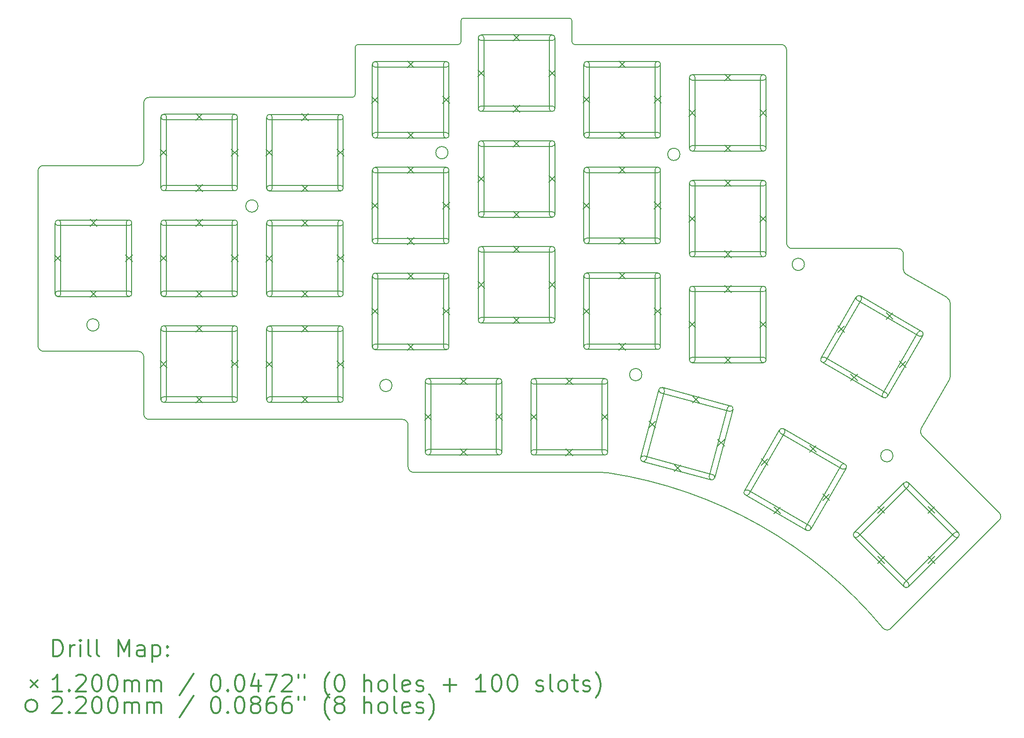
<source format=gbr>
%FSLAX45Y45*%
G04 Gerber Fmt 4.5, Leading zero omitted, Abs format (unit mm)*
G04 Created by KiCad (PCBNEW (5.1.10)-1) date 2021-10-25 12:35:57*
%MOMM*%
%LPD*%
G01*
G04 APERTURE LIST*
%TA.AperFunction,Profile*%
%ADD10C,0.200000*%
%TD*%
%ADD11C,0.200000*%
%ADD12C,0.300000*%
G04 APERTURE END LIST*
D10*
X6344430Y-11174400D02*
G75*
G02*
X6444430Y-11274400I0J-100000D01*
G01*
X20130531Y-9421370D02*
X20130531Y-9696123D01*
X20466300Y-12692348D02*
X21856406Y-14082623D01*
X20466299Y-12692348D02*
G75*
G02*
X20450410Y-12571645I70715J70706D01*
G01*
X14209360Y-5641370D02*
X16034360Y-5641370D01*
X20971957Y-10297357D02*
X20971957Y-11641428D01*
X6444430Y-12303770D02*
X6444430Y-11274400D01*
X14209360Y-5641370D02*
G75*
G02*
X14159360Y-5591370I0J50000D01*
G01*
X12209430Y-5165070D02*
X14109360Y-5165070D01*
X6344430Y-11174400D02*
X4639425Y-11174400D01*
X16114360Y-5641370D02*
X17823200Y-5641370D01*
X4639425Y-7824400D02*
X6344430Y-7824400D01*
X11206930Y-13256870D02*
X11206930Y-12503770D01*
X6544430Y-12403770D02*
G75*
G02*
X6444430Y-12303770I0J100000D01*
G01*
X6544430Y-6593840D02*
X7073900Y-6593840D01*
X10254430Y-6543840D02*
G75*
G02*
X10204430Y-6593840I-50000J0D01*
G01*
X18027435Y-5741370D02*
X18027435Y-9221370D01*
X6444430Y-6693840D02*
G75*
G02*
X6544430Y-6593840I100000J0D01*
G01*
X4539425Y-11074400D02*
X4539425Y-7924400D01*
X4639425Y-11174400D02*
G75*
G02*
X4539425Y-11074400I0J100000D01*
G01*
X11106930Y-12403770D02*
X6544430Y-12403770D01*
X14826814Y-13368557D02*
G75*
G02*
X19764695Y-16168492I-1219184J-7904233D01*
G01*
X6444430Y-7724400D02*
X6444430Y-6693840D01*
X20921954Y-10210753D02*
G75*
G02*
X20971957Y-10297357I-49997J-86604D01*
G01*
X10254430Y-6543840D02*
X10254430Y-5691370D01*
X17823200Y-5641370D02*
X17927435Y-5641370D01*
X18127435Y-9321370D02*
G75*
G02*
X18027435Y-9221370I0J100000D01*
G01*
X11106930Y-12403770D02*
G75*
G02*
X11206930Y-12503770I0J-100000D01*
G01*
X18127435Y-9321370D02*
X20030531Y-9321370D01*
X14674372Y-13356870D02*
X11306930Y-13356870D01*
X21856406Y-14082623D02*
G75*
G02*
X21856396Y-14224045I-70714J-70706D01*
G01*
X17927435Y-5641370D02*
G75*
G02*
X18027435Y-5741370I0J-100000D01*
G01*
X20030531Y-9321370D02*
G75*
G02*
X20130531Y-9421370I0J-100000D01*
G01*
X14109360Y-5165070D02*
G75*
G02*
X14159360Y-5215070I0J-50000D01*
G01*
X11306930Y-13356870D02*
G75*
G02*
X11206930Y-13256870I0J100000D01*
G01*
X19908815Y-16171311D02*
G75*
G02*
X19764695Y-16168492I-70705J70716D01*
G01*
X12159430Y-5591370D02*
G75*
G02*
X12109430Y-5641370I-50000J0D01*
G01*
X20971957Y-11641428D02*
G75*
G02*
X20958562Y-11691425I-100000J0D01*
G01*
X10254430Y-5691370D02*
G75*
G02*
X10304430Y-5641370I50000J0D01*
G01*
X12159430Y-5591370D02*
X12159430Y-5215070D01*
X20958562Y-11691425D02*
X20450410Y-12571645D01*
X20180534Y-9782727D02*
G75*
G02*
X20130531Y-9696123I49997J86604D01*
G01*
X4539425Y-7924400D02*
G75*
G02*
X4639425Y-7824400I100000J0D01*
G01*
X20180534Y-9782727D02*
X20921954Y-10210753D01*
X21856396Y-14224045D02*
X19908815Y-16171311D01*
X14674372Y-13356870D02*
G75*
G02*
X14826814Y-13368557I0J-1000000D01*
G01*
X10304430Y-5641370D02*
X12109430Y-5641370D01*
X16034360Y-5641370D02*
X16114360Y-5641370D01*
X6444430Y-7724400D02*
G75*
G02*
X6344430Y-7824400I-100000J0D01*
G01*
X14159360Y-5215070D02*
X14159360Y-5591370D01*
X12159430Y-5215070D02*
G75*
G02*
X12209430Y-5165070I50000J0D01*
G01*
X7073900Y-6593840D02*
X10204430Y-6593840D01*
D11*
X4839740Y-9437060D02*
X4959740Y-9557060D01*
X4959740Y-9437060D02*
X4839740Y-9557060D01*
X4849740Y-8857060D02*
X4849740Y-10137060D01*
X4949740Y-8857060D02*
X4949740Y-10137060D01*
X4849740Y-10137060D02*
G75*
G03*
X4949740Y-10137060I50000J0D01*
G01*
X4949740Y-8857060D02*
G75*
G03*
X4849740Y-8857060I-50000J0D01*
G01*
X5479740Y-8797060D02*
X5599740Y-8917060D01*
X5599740Y-8797060D02*
X5479740Y-8917060D01*
X4899740Y-8907060D02*
X6179740Y-8907060D01*
X4899740Y-8807060D02*
X6179740Y-8807060D01*
X6179740Y-8907060D02*
G75*
G03*
X6179740Y-8807060I0J50000D01*
G01*
X4899740Y-8807060D02*
G75*
G03*
X4899740Y-8907060I0J-50000D01*
G01*
X5479740Y-10077060D02*
X5599740Y-10197060D01*
X5599740Y-10077060D02*
X5479740Y-10197060D01*
X4899740Y-10187060D02*
X6179740Y-10187060D01*
X4899740Y-10087060D02*
X6179740Y-10087060D01*
X6179740Y-10187060D02*
G75*
G03*
X6179740Y-10087060I0J50000D01*
G01*
X4899740Y-10087060D02*
G75*
G03*
X4899740Y-10187060I0J-50000D01*
G01*
X6119740Y-9436060D02*
X6239740Y-9556060D01*
X6239740Y-9436060D02*
X6119740Y-9556060D01*
X6129740Y-8856060D02*
X6129740Y-10136060D01*
X6229740Y-8856060D02*
X6229740Y-10136060D01*
X6129740Y-10136060D02*
G75*
G03*
X6229740Y-10136060I50000J0D01*
G01*
X6229740Y-8856060D02*
G75*
G03*
X6129740Y-8856060I-50000J0D01*
G01*
X6744740Y-7529520D02*
X6864740Y-7649520D01*
X6864740Y-7529520D02*
X6744740Y-7649520D01*
X6754740Y-6949520D02*
X6754740Y-8229520D01*
X6854740Y-6949520D02*
X6854740Y-8229520D01*
X6754740Y-8229520D02*
G75*
G03*
X6854740Y-8229520I50000J0D01*
G01*
X6854740Y-6949520D02*
G75*
G03*
X6754740Y-6949520I-50000J0D01*
G01*
X6744740Y-9437060D02*
X6864740Y-9557060D01*
X6864740Y-9437060D02*
X6744740Y-9557060D01*
X6754740Y-8857060D02*
X6754740Y-10137060D01*
X6854740Y-8857060D02*
X6854740Y-10137060D01*
X6754740Y-10137060D02*
G75*
G03*
X6854740Y-10137060I50000J0D01*
G01*
X6854740Y-8857060D02*
G75*
G03*
X6754740Y-8857060I-50000J0D01*
G01*
X6744740Y-11344600D02*
X6864740Y-11464600D01*
X6864740Y-11344600D02*
X6744740Y-11464600D01*
X6754740Y-10764600D02*
X6754740Y-12044600D01*
X6854740Y-10764600D02*
X6854740Y-12044600D01*
X6754740Y-12044600D02*
G75*
G03*
X6854740Y-12044600I50000J0D01*
G01*
X6854740Y-10764600D02*
G75*
G03*
X6754740Y-10764600I-50000J0D01*
G01*
X7384740Y-6889520D02*
X7504740Y-7009520D01*
X7504740Y-6889520D02*
X7384740Y-7009520D01*
X6804740Y-6999520D02*
X8084740Y-6999520D01*
X6804740Y-6899520D02*
X8084740Y-6899520D01*
X8084740Y-6999520D02*
G75*
G03*
X8084740Y-6899520I0J50000D01*
G01*
X6804740Y-6899520D02*
G75*
G03*
X6804740Y-6999520I0J-50000D01*
G01*
X7384740Y-8169520D02*
X7504740Y-8289520D01*
X7504740Y-8169520D02*
X7384740Y-8289520D01*
X6804740Y-8279520D02*
X8084740Y-8279520D01*
X6804740Y-8179520D02*
X8084740Y-8179520D01*
X8084740Y-8279520D02*
G75*
G03*
X8084740Y-8179520I0J50000D01*
G01*
X6804740Y-8179520D02*
G75*
G03*
X6804740Y-8279520I0J-50000D01*
G01*
X7384740Y-8797060D02*
X7504740Y-8917060D01*
X7504740Y-8797060D02*
X7384740Y-8917060D01*
X6804740Y-8907060D02*
X8084740Y-8907060D01*
X6804740Y-8807060D02*
X8084740Y-8807060D01*
X8084740Y-8907060D02*
G75*
G03*
X8084740Y-8807060I0J50000D01*
G01*
X6804740Y-8807060D02*
G75*
G03*
X6804740Y-8907060I0J-50000D01*
G01*
X7384740Y-10077060D02*
X7504740Y-10197060D01*
X7504740Y-10077060D02*
X7384740Y-10197060D01*
X6804740Y-10187060D02*
X8084740Y-10187060D01*
X6804740Y-10087060D02*
X8084740Y-10087060D01*
X8084740Y-10187060D02*
G75*
G03*
X8084740Y-10087060I0J50000D01*
G01*
X6804740Y-10087060D02*
G75*
G03*
X6804740Y-10187060I0J-50000D01*
G01*
X7384740Y-10704600D02*
X7504740Y-10824600D01*
X7504740Y-10704600D02*
X7384740Y-10824600D01*
X6804740Y-10814600D02*
X8084740Y-10814600D01*
X6804740Y-10714600D02*
X8084740Y-10714600D01*
X8084740Y-10814600D02*
G75*
G03*
X8084740Y-10714600I0J50000D01*
G01*
X6804740Y-10714600D02*
G75*
G03*
X6804740Y-10814600I0J-50000D01*
G01*
X7384740Y-11984600D02*
X7504740Y-12104600D01*
X7504740Y-11984600D02*
X7384740Y-12104600D01*
X6804740Y-12094600D02*
X8084740Y-12094600D01*
X6804740Y-11994600D02*
X8084740Y-11994600D01*
X8084740Y-12094600D02*
G75*
G03*
X8084740Y-11994600I0J50000D01*
G01*
X6804740Y-11994600D02*
G75*
G03*
X6804740Y-12094600I0J-50000D01*
G01*
X8024740Y-7528520D02*
X8144740Y-7648520D01*
X8144740Y-7528520D02*
X8024740Y-7648520D01*
X8034740Y-6948520D02*
X8034740Y-8228520D01*
X8134740Y-6948520D02*
X8134740Y-8228520D01*
X8034740Y-8228520D02*
G75*
G03*
X8134740Y-8228520I50000J0D01*
G01*
X8134740Y-6948520D02*
G75*
G03*
X8034740Y-6948520I-50000J0D01*
G01*
X8024740Y-9436060D02*
X8144740Y-9556060D01*
X8144740Y-9436060D02*
X8024740Y-9556060D01*
X8034740Y-8856060D02*
X8034740Y-10136060D01*
X8134740Y-8856060D02*
X8134740Y-10136060D01*
X8034740Y-10136060D02*
G75*
G03*
X8134740Y-10136060I50000J0D01*
G01*
X8134740Y-8856060D02*
G75*
G03*
X8034740Y-8856060I-50000J0D01*
G01*
X8024740Y-11343600D02*
X8144740Y-11463600D01*
X8144740Y-11343600D02*
X8024740Y-11463600D01*
X8034740Y-10763600D02*
X8034740Y-12043600D01*
X8134740Y-10763600D02*
X8134740Y-12043600D01*
X8034740Y-12043600D02*
G75*
G03*
X8134740Y-12043600I50000J0D01*
G01*
X8134740Y-10763600D02*
G75*
G03*
X8034740Y-10763600I-50000J0D01*
G01*
X8649740Y-7532060D02*
X8769740Y-7652060D01*
X8769740Y-7532060D02*
X8649740Y-7652060D01*
X8659740Y-6952060D02*
X8659740Y-8232060D01*
X8759740Y-6952060D02*
X8759740Y-8232060D01*
X8659740Y-8232060D02*
G75*
G03*
X8759740Y-8232060I50000J0D01*
G01*
X8759740Y-6952060D02*
G75*
G03*
X8659740Y-6952060I-50000J0D01*
G01*
X8649740Y-9439600D02*
X8769740Y-9559600D01*
X8769740Y-9439600D02*
X8649740Y-9559600D01*
X8659740Y-8859600D02*
X8659740Y-10139600D01*
X8759740Y-8859600D02*
X8759740Y-10139600D01*
X8659740Y-10139600D02*
G75*
G03*
X8759740Y-10139600I50000J0D01*
G01*
X8759740Y-8859600D02*
G75*
G03*
X8659740Y-8859600I-50000J0D01*
G01*
X8649740Y-11347140D02*
X8769740Y-11467140D01*
X8769740Y-11347140D02*
X8649740Y-11467140D01*
X8659740Y-10767140D02*
X8659740Y-12047140D01*
X8759740Y-10767140D02*
X8759740Y-12047140D01*
X8659740Y-12047140D02*
G75*
G03*
X8759740Y-12047140I50000J0D01*
G01*
X8759740Y-10767140D02*
G75*
G03*
X8659740Y-10767140I-50000J0D01*
G01*
X9289740Y-6892060D02*
X9409740Y-7012060D01*
X9409740Y-6892060D02*
X9289740Y-7012060D01*
X8709740Y-7002060D02*
X9989740Y-7002060D01*
X8709740Y-6902060D02*
X9989740Y-6902060D01*
X9989740Y-7002060D02*
G75*
G03*
X9989740Y-6902060I0J50000D01*
G01*
X8709740Y-6902060D02*
G75*
G03*
X8709740Y-7002060I0J-50000D01*
G01*
X9289740Y-8172060D02*
X9409740Y-8292060D01*
X9409740Y-8172060D02*
X9289740Y-8292060D01*
X8709740Y-8282060D02*
X9989740Y-8282060D01*
X8709740Y-8182060D02*
X9989740Y-8182060D01*
X9989740Y-8282060D02*
G75*
G03*
X9989740Y-8182060I0J50000D01*
G01*
X8709740Y-8182060D02*
G75*
G03*
X8709740Y-8282060I0J-50000D01*
G01*
X9289740Y-8799600D02*
X9409740Y-8919600D01*
X9409740Y-8799600D02*
X9289740Y-8919600D01*
X8709740Y-8909600D02*
X9989740Y-8909600D01*
X8709740Y-8809600D02*
X9989740Y-8809600D01*
X9989740Y-8909600D02*
G75*
G03*
X9989740Y-8809600I0J50000D01*
G01*
X8709740Y-8809600D02*
G75*
G03*
X8709740Y-8909600I0J-50000D01*
G01*
X9289740Y-10079600D02*
X9409740Y-10199600D01*
X9409740Y-10079600D02*
X9289740Y-10199600D01*
X8709740Y-10189600D02*
X9989740Y-10189600D01*
X8709740Y-10089600D02*
X9989740Y-10089600D01*
X9989740Y-10189600D02*
G75*
G03*
X9989740Y-10089600I0J50000D01*
G01*
X8709740Y-10089600D02*
G75*
G03*
X8709740Y-10189600I0J-50000D01*
G01*
X9289740Y-10707140D02*
X9409740Y-10827140D01*
X9409740Y-10707140D02*
X9289740Y-10827140D01*
X8709740Y-10817140D02*
X9989740Y-10817140D01*
X8709740Y-10717140D02*
X9989740Y-10717140D01*
X9989740Y-10817140D02*
G75*
G03*
X9989740Y-10717140I0J50000D01*
G01*
X8709740Y-10717140D02*
G75*
G03*
X8709740Y-10817140I0J-50000D01*
G01*
X9289740Y-11987140D02*
X9409740Y-12107140D01*
X9409740Y-11987140D02*
X9289740Y-12107140D01*
X8709740Y-12097140D02*
X9989740Y-12097140D01*
X8709740Y-11997140D02*
X9989740Y-11997140D01*
X9989740Y-12097140D02*
G75*
G03*
X9989740Y-11997140I0J50000D01*
G01*
X8709740Y-11997140D02*
G75*
G03*
X8709740Y-12097140I0J-50000D01*
G01*
X9929740Y-7531060D02*
X10049740Y-7651060D01*
X10049740Y-7531060D02*
X9929740Y-7651060D01*
X9939740Y-6951060D02*
X9939740Y-8231060D01*
X10039740Y-6951060D02*
X10039740Y-8231060D01*
X9939740Y-8231060D02*
G75*
G03*
X10039740Y-8231060I50000J0D01*
G01*
X10039740Y-6951060D02*
G75*
G03*
X9939740Y-6951060I-50000J0D01*
G01*
X9929740Y-9438600D02*
X10049740Y-9558600D01*
X10049740Y-9438600D02*
X9929740Y-9558600D01*
X9939740Y-8858600D02*
X9939740Y-10138600D01*
X10039740Y-8858600D02*
X10039740Y-10138600D01*
X9939740Y-10138600D02*
G75*
G03*
X10039740Y-10138600I50000J0D01*
G01*
X10039740Y-8858600D02*
G75*
G03*
X9939740Y-8858600I-50000J0D01*
G01*
X9929740Y-11346140D02*
X10049740Y-11466140D01*
X10049740Y-11346140D02*
X9929740Y-11466140D01*
X9939740Y-10766140D02*
X9939740Y-12046140D01*
X10039740Y-10766140D02*
X10039740Y-12046140D01*
X9939740Y-12046140D02*
G75*
G03*
X10039740Y-12046140I50000J0D01*
G01*
X10039740Y-10766140D02*
G75*
G03*
X9939740Y-10766140I-50000J0D01*
G01*
X10554740Y-6579560D02*
X10674740Y-6699560D01*
X10674740Y-6579560D02*
X10554740Y-6699560D01*
X10564740Y-5999560D02*
X10564740Y-7279560D01*
X10664740Y-5999560D02*
X10664740Y-7279560D01*
X10564740Y-7279560D02*
G75*
G03*
X10664740Y-7279560I50000J0D01*
G01*
X10664740Y-5999560D02*
G75*
G03*
X10564740Y-5999560I-50000J0D01*
G01*
X10554740Y-8487100D02*
X10674740Y-8607100D01*
X10674740Y-8487100D02*
X10554740Y-8607100D01*
X10564740Y-7907100D02*
X10564740Y-9187100D01*
X10664740Y-7907100D02*
X10664740Y-9187100D01*
X10564740Y-9187100D02*
G75*
G03*
X10664740Y-9187100I50000J0D01*
G01*
X10664740Y-7907100D02*
G75*
G03*
X10564740Y-7907100I-50000J0D01*
G01*
X10554740Y-10394640D02*
X10674740Y-10514640D01*
X10674740Y-10394640D02*
X10554740Y-10514640D01*
X10564740Y-9814640D02*
X10564740Y-11094640D01*
X10664740Y-9814640D02*
X10664740Y-11094640D01*
X10564740Y-11094640D02*
G75*
G03*
X10664740Y-11094640I50000J0D01*
G01*
X10664740Y-9814640D02*
G75*
G03*
X10564740Y-9814640I-50000J0D01*
G01*
X11194740Y-5939560D02*
X11314740Y-6059560D01*
X11314740Y-5939560D02*
X11194740Y-6059560D01*
X10614740Y-6049560D02*
X11894740Y-6049560D01*
X10614740Y-5949560D02*
X11894740Y-5949560D01*
X11894740Y-6049560D02*
G75*
G03*
X11894740Y-5949560I0J50000D01*
G01*
X10614740Y-5949560D02*
G75*
G03*
X10614740Y-6049560I0J-50000D01*
G01*
X11194740Y-7219560D02*
X11314740Y-7339560D01*
X11314740Y-7219560D02*
X11194740Y-7339560D01*
X10614740Y-7329560D02*
X11894740Y-7329560D01*
X10614740Y-7229560D02*
X11894740Y-7229560D01*
X11894740Y-7329560D02*
G75*
G03*
X11894740Y-7229560I0J50000D01*
G01*
X10614740Y-7229560D02*
G75*
G03*
X10614740Y-7329560I0J-50000D01*
G01*
X11194740Y-7847100D02*
X11314740Y-7967100D01*
X11314740Y-7847100D02*
X11194740Y-7967100D01*
X10614740Y-7957100D02*
X11894740Y-7957100D01*
X10614740Y-7857100D02*
X11894740Y-7857100D01*
X11894740Y-7957100D02*
G75*
G03*
X11894740Y-7857100I0J50000D01*
G01*
X10614740Y-7857100D02*
G75*
G03*
X10614740Y-7957100I0J-50000D01*
G01*
X11194740Y-9127100D02*
X11314740Y-9247100D01*
X11314740Y-9127100D02*
X11194740Y-9247100D01*
X10614740Y-9237100D02*
X11894740Y-9237100D01*
X10614740Y-9137100D02*
X11894740Y-9137100D01*
X11894740Y-9237100D02*
G75*
G03*
X11894740Y-9137100I0J50000D01*
G01*
X10614740Y-9137100D02*
G75*
G03*
X10614740Y-9237100I0J-50000D01*
G01*
X11194740Y-9754640D02*
X11314740Y-9874640D01*
X11314740Y-9754640D02*
X11194740Y-9874640D01*
X10614740Y-9864640D02*
X11894740Y-9864640D01*
X10614740Y-9764640D02*
X11894740Y-9764640D01*
X11894740Y-9864640D02*
G75*
G03*
X11894740Y-9764640I0J50000D01*
G01*
X10614740Y-9764640D02*
G75*
G03*
X10614740Y-9864640I0J-50000D01*
G01*
X11194740Y-11034640D02*
X11314740Y-11154640D01*
X11314740Y-11034640D02*
X11194740Y-11154640D01*
X10614740Y-11144640D02*
X11894740Y-11144640D01*
X10614740Y-11044640D02*
X11894740Y-11044640D01*
X11894740Y-11144640D02*
G75*
G03*
X11894740Y-11044640I0J50000D01*
G01*
X10614740Y-11044640D02*
G75*
G03*
X10614740Y-11144640I0J-50000D01*
G01*
X11507240Y-12294560D02*
X11627240Y-12414560D01*
X11627240Y-12294560D02*
X11507240Y-12414560D01*
X11517240Y-11714560D02*
X11517240Y-12994560D01*
X11617240Y-11714560D02*
X11617240Y-12994560D01*
X11517240Y-12994560D02*
G75*
G03*
X11617240Y-12994560I50000J0D01*
G01*
X11617240Y-11714560D02*
G75*
G03*
X11517240Y-11714560I-50000J0D01*
G01*
X11834740Y-6578560D02*
X11954740Y-6698560D01*
X11954740Y-6578560D02*
X11834740Y-6698560D01*
X11844740Y-5998560D02*
X11844740Y-7278560D01*
X11944740Y-5998560D02*
X11944740Y-7278560D01*
X11844740Y-7278560D02*
G75*
G03*
X11944740Y-7278560I50000J0D01*
G01*
X11944740Y-5998560D02*
G75*
G03*
X11844740Y-5998560I-50000J0D01*
G01*
X11834740Y-8486100D02*
X11954740Y-8606100D01*
X11954740Y-8486100D02*
X11834740Y-8606100D01*
X11844740Y-7906100D02*
X11844740Y-9186100D01*
X11944740Y-7906100D02*
X11944740Y-9186100D01*
X11844740Y-9186100D02*
G75*
G03*
X11944740Y-9186100I50000J0D01*
G01*
X11944740Y-7906100D02*
G75*
G03*
X11844740Y-7906100I-50000J0D01*
G01*
X11834740Y-10393640D02*
X11954740Y-10513640D01*
X11954740Y-10393640D02*
X11834740Y-10513640D01*
X11844740Y-9813640D02*
X11844740Y-11093640D01*
X11944740Y-9813640D02*
X11944740Y-11093640D01*
X11844740Y-11093640D02*
G75*
G03*
X11944740Y-11093640I50000J0D01*
G01*
X11944740Y-9813640D02*
G75*
G03*
X11844740Y-9813640I-50000J0D01*
G01*
X12147240Y-11654560D02*
X12267240Y-11774560D01*
X12267240Y-11654560D02*
X12147240Y-11774560D01*
X11567240Y-11764560D02*
X12847240Y-11764560D01*
X11567240Y-11664560D02*
X12847240Y-11664560D01*
X12847240Y-11764560D02*
G75*
G03*
X12847240Y-11664560I0J50000D01*
G01*
X11567240Y-11664560D02*
G75*
G03*
X11567240Y-11764560I0J-50000D01*
G01*
X12147240Y-12934560D02*
X12267240Y-13054560D01*
X12267240Y-12934560D02*
X12147240Y-13054560D01*
X11567240Y-13044560D02*
X12847240Y-13044560D01*
X11567240Y-12944560D02*
X12847240Y-12944560D01*
X12847240Y-13044560D02*
G75*
G03*
X12847240Y-12944560I0J50000D01*
G01*
X11567240Y-12944560D02*
G75*
G03*
X11567240Y-13044560I0J-50000D01*
G01*
X12462280Y-6099500D02*
X12582280Y-6219500D01*
X12582280Y-6099500D02*
X12462280Y-6219500D01*
X12472280Y-5519500D02*
X12472280Y-6799500D01*
X12572280Y-5519500D02*
X12572280Y-6799500D01*
X12472280Y-6799500D02*
G75*
G03*
X12572280Y-6799500I50000J0D01*
G01*
X12572280Y-5519500D02*
G75*
G03*
X12472280Y-5519500I-50000J0D01*
G01*
X12462280Y-8007040D02*
X12582280Y-8127040D01*
X12582280Y-8007040D02*
X12462280Y-8127040D01*
X12472280Y-7427040D02*
X12472280Y-8707040D01*
X12572280Y-7427040D02*
X12572280Y-8707040D01*
X12472280Y-8707040D02*
G75*
G03*
X12572280Y-8707040I50000J0D01*
G01*
X12572280Y-7427040D02*
G75*
G03*
X12472280Y-7427040I-50000J0D01*
G01*
X12462280Y-9914580D02*
X12582280Y-10034580D01*
X12582280Y-9914580D02*
X12462280Y-10034580D01*
X12472280Y-9334580D02*
X12472280Y-10614580D01*
X12572280Y-9334580D02*
X12572280Y-10614580D01*
X12472280Y-10614580D02*
G75*
G03*
X12572280Y-10614580I50000J0D01*
G01*
X12572280Y-9334580D02*
G75*
G03*
X12472280Y-9334580I-50000J0D01*
G01*
X12787240Y-12293560D02*
X12907240Y-12413560D01*
X12907240Y-12293560D02*
X12787240Y-12413560D01*
X12797240Y-11713560D02*
X12797240Y-12993560D01*
X12897240Y-11713560D02*
X12897240Y-12993560D01*
X12797240Y-12993560D02*
G75*
G03*
X12897240Y-12993560I50000J0D01*
G01*
X12897240Y-11713560D02*
G75*
G03*
X12797240Y-11713560I-50000J0D01*
G01*
X13102280Y-5459500D02*
X13222280Y-5579500D01*
X13222280Y-5459500D02*
X13102280Y-5579500D01*
X12522280Y-5569500D02*
X13802280Y-5569500D01*
X12522280Y-5469500D02*
X13802280Y-5469500D01*
X13802280Y-5569500D02*
G75*
G03*
X13802280Y-5469500I0J50000D01*
G01*
X12522280Y-5469500D02*
G75*
G03*
X12522280Y-5569500I0J-50000D01*
G01*
X13102280Y-6739500D02*
X13222280Y-6859500D01*
X13222280Y-6739500D02*
X13102280Y-6859500D01*
X12522280Y-6849500D02*
X13802280Y-6849500D01*
X12522280Y-6749500D02*
X13802280Y-6749500D01*
X13802280Y-6849500D02*
G75*
G03*
X13802280Y-6749500I0J50000D01*
G01*
X12522280Y-6749500D02*
G75*
G03*
X12522280Y-6849500I0J-50000D01*
G01*
X13102280Y-7367040D02*
X13222280Y-7487040D01*
X13222280Y-7367040D02*
X13102280Y-7487040D01*
X12522280Y-7477040D02*
X13802280Y-7477040D01*
X12522280Y-7377040D02*
X13802280Y-7377040D01*
X13802280Y-7477040D02*
G75*
G03*
X13802280Y-7377040I0J50000D01*
G01*
X12522280Y-7377040D02*
G75*
G03*
X12522280Y-7477040I0J-50000D01*
G01*
X13102280Y-8647040D02*
X13222280Y-8767040D01*
X13222280Y-8647040D02*
X13102280Y-8767040D01*
X12522280Y-8757040D02*
X13802280Y-8757040D01*
X12522280Y-8657040D02*
X13802280Y-8657040D01*
X13802280Y-8757040D02*
G75*
G03*
X13802280Y-8657040I0J50000D01*
G01*
X12522280Y-8657040D02*
G75*
G03*
X12522280Y-8757040I0J-50000D01*
G01*
X13102280Y-9274580D02*
X13222280Y-9394580D01*
X13222280Y-9274580D02*
X13102280Y-9394580D01*
X12522280Y-9384580D02*
X13802280Y-9384580D01*
X12522280Y-9284580D02*
X13802280Y-9284580D01*
X13802280Y-9384580D02*
G75*
G03*
X13802280Y-9284580I0J50000D01*
G01*
X12522280Y-9284580D02*
G75*
G03*
X12522280Y-9384580I0J-50000D01*
G01*
X13102280Y-10554580D02*
X13222280Y-10674580D01*
X13222280Y-10554580D02*
X13102280Y-10674580D01*
X12522280Y-10664580D02*
X13802280Y-10664580D01*
X12522280Y-10564580D02*
X13802280Y-10564580D01*
X13802280Y-10664580D02*
G75*
G03*
X13802280Y-10564580I0J50000D01*
G01*
X12522280Y-10564580D02*
G75*
G03*
X12522280Y-10664580I0J-50000D01*
G01*
X13412240Y-12297100D02*
X13532240Y-12417100D01*
X13532240Y-12297100D02*
X13412240Y-12417100D01*
X13422240Y-11717100D02*
X13422240Y-12997100D01*
X13522240Y-11717100D02*
X13522240Y-12997100D01*
X13422240Y-12997100D02*
G75*
G03*
X13522240Y-12997100I50000J0D01*
G01*
X13522240Y-11717100D02*
G75*
G03*
X13422240Y-11717100I-50000J0D01*
G01*
X13742280Y-6098500D02*
X13862280Y-6218500D01*
X13862280Y-6098500D02*
X13742280Y-6218500D01*
X13752280Y-5518500D02*
X13752280Y-6798500D01*
X13852280Y-5518500D02*
X13852280Y-6798500D01*
X13752280Y-6798500D02*
G75*
G03*
X13852280Y-6798500I50000J0D01*
G01*
X13852280Y-5518500D02*
G75*
G03*
X13752280Y-5518500I-50000J0D01*
G01*
X13742280Y-8006040D02*
X13862280Y-8126040D01*
X13862280Y-8006040D02*
X13742280Y-8126040D01*
X13752280Y-7426040D02*
X13752280Y-8706040D01*
X13852280Y-7426040D02*
X13852280Y-8706040D01*
X13752280Y-8706040D02*
G75*
G03*
X13852280Y-8706040I50000J0D01*
G01*
X13852280Y-7426040D02*
G75*
G03*
X13752280Y-7426040I-50000J0D01*
G01*
X13742280Y-9913580D02*
X13862280Y-10033580D01*
X13862280Y-9913580D02*
X13742280Y-10033580D01*
X13752280Y-9333580D02*
X13752280Y-10613580D01*
X13852280Y-9333580D02*
X13852280Y-10613580D01*
X13752280Y-10613580D02*
G75*
G03*
X13852280Y-10613580I50000J0D01*
G01*
X13852280Y-9333580D02*
G75*
G03*
X13752280Y-9333580I-50000J0D01*
G01*
X14052240Y-11657100D02*
X14172240Y-11777100D01*
X14172240Y-11657100D02*
X14052240Y-11777100D01*
X13472240Y-11767100D02*
X14752240Y-11767100D01*
X13472240Y-11667100D02*
X14752240Y-11667100D01*
X14752240Y-11767100D02*
G75*
G03*
X14752240Y-11667100I0J50000D01*
G01*
X13472240Y-11667100D02*
G75*
G03*
X13472240Y-11767100I0J-50000D01*
G01*
X14052240Y-12937100D02*
X14172240Y-13057100D01*
X14172240Y-12937100D02*
X14052240Y-13057100D01*
X13472240Y-13047100D02*
X14752240Y-13047100D01*
X13472240Y-12947100D02*
X14752240Y-12947100D01*
X14752240Y-13047100D02*
G75*
G03*
X14752240Y-12947100I0J50000D01*
G01*
X13472240Y-12947100D02*
G75*
G03*
X13472240Y-13047100I0J-50000D01*
G01*
X14364740Y-6577020D02*
X14484740Y-6697020D01*
X14484740Y-6577020D02*
X14364740Y-6697020D01*
X14374740Y-5997020D02*
X14374740Y-7277020D01*
X14474740Y-5997020D02*
X14474740Y-7277020D01*
X14374740Y-7277020D02*
G75*
G03*
X14474740Y-7277020I50000J0D01*
G01*
X14474740Y-5997020D02*
G75*
G03*
X14374740Y-5997020I-50000J0D01*
G01*
X14364740Y-8484560D02*
X14484740Y-8604560D01*
X14484740Y-8484560D02*
X14364740Y-8604560D01*
X14374740Y-7904560D02*
X14374740Y-9184560D01*
X14474740Y-7904560D02*
X14474740Y-9184560D01*
X14374740Y-9184560D02*
G75*
G03*
X14474740Y-9184560I50000J0D01*
G01*
X14474740Y-7904560D02*
G75*
G03*
X14374740Y-7904560I-50000J0D01*
G01*
X14364740Y-10392100D02*
X14484740Y-10512100D01*
X14484740Y-10392100D02*
X14364740Y-10512100D01*
X14374740Y-9812100D02*
X14374740Y-11092100D01*
X14474740Y-9812100D02*
X14474740Y-11092100D01*
X14374740Y-11092100D02*
G75*
G03*
X14474740Y-11092100I50000J0D01*
G01*
X14474740Y-9812100D02*
G75*
G03*
X14374740Y-9812100I-50000J0D01*
G01*
X14692240Y-12296100D02*
X14812240Y-12416100D01*
X14812240Y-12296100D02*
X14692240Y-12416100D01*
X14702240Y-11716100D02*
X14702240Y-12996100D01*
X14802240Y-11716100D02*
X14802240Y-12996100D01*
X14702240Y-12996100D02*
G75*
G03*
X14802240Y-12996100I50000J0D01*
G01*
X14802240Y-11716100D02*
G75*
G03*
X14702240Y-11716100I-50000J0D01*
G01*
X15004740Y-5937020D02*
X15124740Y-6057020D01*
X15124740Y-5937020D02*
X15004740Y-6057020D01*
X14424740Y-6047020D02*
X15704740Y-6047020D01*
X14424740Y-5947020D02*
X15704740Y-5947020D01*
X15704740Y-6047020D02*
G75*
G03*
X15704740Y-5947020I0J50000D01*
G01*
X14424740Y-5947020D02*
G75*
G03*
X14424740Y-6047020I0J-50000D01*
G01*
X15004740Y-7217020D02*
X15124740Y-7337020D01*
X15124740Y-7217020D02*
X15004740Y-7337020D01*
X14424740Y-7327020D02*
X15704740Y-7327020D01*
X14424740Y-7227020D02*
X15704740Y-7227020D01*
X15704740Y-7327020D02*
G75*
G03*
X15704740Y-7227020I0J50000D01*
G01*
X14424740Y-7227020D02*
G75*
G03*
X14424740Y-7327020I0J-50000D01*
G01*
X15004740Y-7844560D02*
X15124740Y-7964560D01*
X15124740Y-7844560D02*
X15004740Y-7964560D01*
X14424740Y-7954560D02*
X15704740Y-7954560D01*
X14424740Y-7854560D02*
X15704740Y-7854560D01*
X15704740Y-7954560D02*
G75*
G03*
X15704740Y-7854560I0J50000D01*
G01*
X14424740Y-7854560D02*
G75*
G03*
X14424740Y-7954560I0J-50000D01*
G01*
X15004740Y-9124560D02*
X15124740Y-9244560D01*
X15124740Y-9124560D02*
X15004740Y-9244560D01*
X14424740Y-9234560D02*
X15704740Y-9234560D01*
X14424740Y-9134560D02*
X15704740Y-9134560D01*
X15704740Y-9234560D02*
G75*
G03*
X15704740Y-9134560I0J50000D01*
G01*
X14424740Y-9134560D02*
G75*
G03*
X14424740Y-9234560I0J-50000D01*
G01*
X15004740Y-9752100D02*
X15124740Y-9872100D01*
X15124740Y-9752100D02*
X15004740Y-9872100D01*
X14424740Y-9862100D02*
X15704740Y-9862100D01*
X14424740Y-9762100D02*
X15704740Y-9762100D01*
X15704740Y-9862100D02*
G75*
G03*
X15704740Y-9762100I0J50000D01*
G01*
X14424740Y-9762100D02*
G75*
G03*
X14424740Y-9862100I0J-50000D01*
G01*
X15004740Y-11032100D02*
X15124740Y-11152100D01*
X15124740Y-11032100D02*
X15004740Y-11152100D01*
X14424740Y-11142100D02*
X15704740Y-11142100D01*
X14424740Y-11042100D02*
X15704740Y-11042100D01*
X15704740Y-11142100D02*
G75*
G03*
X15704740Y-11042100I0J50000D01*
G01*
X14424740Y-11042100D02*
G75*
G03*
X14424740Y-11142100I0J-50000D01*
G01*
X15549867Y-12433716D02*
X15669867Y-12553716D01*
X15669867Y-12433716D02*
X15549867Y-12553716D01*
X15727215Y-11862582D02*
X15395927Y-13098967D01*
X15823808Y-11888464D02*
X15492520Y-13124849D01*
X15395927Y-13098967D02*
G75*
G03*
X15492520Y-13124849I48296J-12941D01*
G01*
X15823808Y-11888464D02*
G75*
G03*
X15727215Y-11862582I-48296J12941D01*
G01*
X15644740Y-6576020D02*
X15764740Y-6696020D01*
X15764740Y-6576020D02*
X15644740Y-6696020D01*
X15654740Y-5996020D02*
X15654740Y-7276020D01*
X15754740Y-5996020D02*
X15754740Y-7276020D01*
X15654740Y-7276020D02*
G75*
G03*
X15754740Y-7276020I50000J0D01*
G01*
X15754740Y-5996020D02*
G75*
G03*
X15654740Y-5996020I-50000J0D01*
G01*
X15644740Y-8483560D02*
X15764740Y-8603560D01*
X15764740Y-8483560D02*
X15644740Y-8603560D01*
X15654740Y-7903560D02*
X15654740Y-9183560D01*
X15754740Y-7903560D02*
X15754740Y-9183560D01*
X15654740Y-9183560D02*
G75*
G03*
X15754740Y-9183560I50000J0D01*
G01*
X15754740Y-7903560D02*
G75*
G03*
X15654740Y-7903560I-50000J0D01*
G01*
X15644740Y-10391100D02*
X15764740Y-10511100D01*
X15764740Y-10391100D02*
X15644740Y-10511100D01*
X15654740Y-9811100D02*
X15654740Y-11091100D01*
X15754740Y-9811100D02*
X15754740Y-11091100D01*
X15654740Y-11091100D02*
G75*
G03*
X15754740Y-11091100I50000J0D01*
G01*
X15754740Y-9811100D02*
G75*
G03*
X15654740Y-9811100I-50000J0D01*
G01*
X16002416Y-13217552D02*
X16122416Y-13337552D01*
X16122416Y-13217552D02*
X16002416Y-13337552D01*
X15431282Y-13160205D02*
X16667667Y-13491493D01*
X15457164Y-13063612D02*
X16693549Y-13394900D01*
X16667667Y-13491493D02*
G75*
G03*
X16693549Y-13394900I12941J48296D01*
G01*
X15457164Y-13063612D02*
G75*
G03*
X15431282Y-13160205I-12941J-48296D01*
G01*
X16267200Y-6815780D02*
X16387200Y-6935780D01*
X16387200Y-6815780D02*
X16267200Y-6935780D01*
X16277200Y-6235780D02*
X16277200Y-7515780D01*
X16377200Y-6235780D02*
X16377200Y-7515780D01*
X16277200Y-7515780D02*
G75*
G03*
X16377200Y-7515780I50000J0D01*
G01*
X16377200Y-6235780D02*
G75*
G03*
X16277200Y-6235780I-50000J0D01*
G01*
X16267200Y-8723320D02*
X16387200Y-8843320D01*
X16387200Y-8723320D02*
X16267200Y-8843320D01*
X16277200Y-8143320D02*
X16277200Y-9423320D01*
X16377200Y-8143320D02*
X16377200Y-9423320D01*
X16277200Y-9423320D02*
G75*
G03*
X16377200Y-9423320I50000J0D01*
G01*
X16377200Y-8143320D02*
G75*
G03*
X16277200Y-8143320I-50000J0D01*
G01*
X16267200Y-10630860D02*
X16387200Y-10750860D01*
X16387200Y-10630860D02*
X16267200Y-10750860D01*
X16277200Y-10050860D02*
X16277200Y-11330860D01*
X16377200Y-10050860D02*
X16377200Y-11330860D01*
X16277200Y-11330860D02*
G75*
G03*
X16377200Y-11330860I50000J0D01*
G01*
X16377200Y-10050860D02*
G75*
G03*
X16277200Y-10050860I-50000J0D01*
G01*
X16333704Y-11981167D02*
X16453704Y-12101167D01*
X16453704Y-11981167D02*
X16333704Y-12101167D01*
X15762571Y-11923820D02*
X16998956Y-12255108D01*
X15788453Y-11827227D02*
X17024838Y-12158515D01*
X16998956Y-12255108D02*
G75*
G03*
X17024838Y-12158515I12941J48296D01*
G01*
X15788453Y-11827227D02*
G75*
G03*
X15762571Y-11923820I-12941J-48296D01*
G01*
X16786511Y-12764038D02*
X16906511Y-12884038D01*
X16906511Y-12764038D02*
X16786511Y-12884038D01*
X16963859Y-12192905D02*
X16632571Y-13429290D01*
X17060452Y-12218787D02*
X16729163Y-13455172D01*
X16632571Y-13429290D02*
G75*
G03*
X16729163Y-13455172I48296J-12941D01*
G01*
X17060452Y-12218787D02*
G75*
G03*
X16963859Y-12192905I-48296J12941D01*
G01*
X16907200Y-6175780D02*
X17027200Y-6295780D01*
X17027200Y-6175780D02*
X16907200Y-6295780D01*
X16327200Y-6285780D02*
X17607200Y-6285780D01*
X16327200Y-6185780D02*
X17607200Y-6185780D01*
X17607200Y-6285780D02*
G75*
G03*
X17607200Y-6185780I0J50000D01*
G01*
X16327200Y-6185780D02*
G75*
G03*
X16327200Y-6285780I0J-50000D01*
G01*
X16907200Y-7455780D02*
X17027200Y-7575780D01*
X17027200Y-7455780D02*
X16907200Y-7575780D01*
X16327200Y-7565780D02*
X17607200Y-7565780D01*
X16327200Y-7465780D02*
X17607200Y-7465780D01*
X17607200Y-7565780D02*
G75*
G03*
X17607200Y-7465780I0J50000D01*
G01*
X16327200Y-7465780D02*
G75*
G03*
X16327200Y-7565780I0J-50000D01*
G01*
X16907200Y-8083320D02*
X17027200Y-8203320D01*
X17027200Y-8083320D02*
X16907200Y-8203320D01*
X16327200Y-8193320D02*
X17607200Y-8193320D01*
X16327200Y-8093320D02*
X17607200Y-8093320D01*
X17607200Y-8193320D02*
G75*
G03*
X17607200Y-8093320I0J50000D01*
G01*
X16327200Y-8093320D02*
G75*
G03*
X16327200Y-8193320I0J-50000D01*
G01*
X16907200Y-9363320D02*
X17027200Y-9483320D01*
X17027200Y-9363320D02*
X16907200Y-9483320D01*
X16327200Y-9473320D02*
X17607200Y-9473320D01*
X16327200Y-9373320D02*
X17607200Y-9373320D01*
X17607200Y-9473320D02*
G75*
G03*
X17607200Y-9373320I0J50000D01*
G01*
X16327200Y-9373320D02*
G75*
G03*
X16327200Y-9473320I0J-50000D01*
G01*
X16907200Y-9990860D02*
X17027200Y-10110860D01*
X17027200Y-9990860D02*
X16907200Y-10110860D01*
X16327200Y-10100860D02*
X17607200Y-10100860D01*
X16327200Y-10000860D02*
X17607200Y-10000860D01*
X17607200Y-10100860D02*
G75*
G03*
X17607200Y-10000860I0J50000D01*
G01*
X16327200Y-10000860D02*
G75*
G03*
X16327200Y-10100860I0J-50000D01*
G01*
X16907200Y-11270860D02*
X17027200Y-11390860D01*
X17027200Y-11270860D02*
X16907200Y-11390860D01*
X16327200Y-11380860D02*
X17607200Y-11380860D01*
X16327200Y-11280860D02*
X17607200Y-11280860D01*
X17607200Y-11380860D02*
G75*
G03*
X17607200Y-11280860I0J50000D01*
G01*
X16327200Y-11280860D02*
G75*
G03*
X16327200Y-11380860I0J-50000D01*
G01*
X17547200Y-6814780D02*
X17667200Y-6934780D01*
X17667200Y-6814780D02*
X17547200Y-6934780D01*
X17557200Y-6234780D02*
X17557200Y-7514780D01*
X17657200Y-6234780D02*
X17657200Y-7514780D01*
X17557200Y-7514780D02*
G75*
G03*
X17657200Y-7514780I50000J0D01*
G01*
X17657200Y-6234780D02*
G75*
G03*
X17557200Y-6234780I-50000J0D01*
G01*
X17547200Y-8722320D02*
X17667200Y-8842320D01*
X17667200Y-8722320D02*
X17547200Y-8842320D01*
X17557200Y-8142320D02*
X17557200Y-9422320D01*
X17657200Y-8142320D02*
X17657200Y-9422320D01*
X17557200Y-9422320D02*
G75*
G03*
X17657200Y-9422320I50000J0D01*
G01*
X17657200Y-8142320D02*
G75*
G03*
X17557200Y-8142320I-50000J0D01*
G01*
X17547200Y-10629860D02*
X17667200Y-10749860D01*
X17667200Y-10629860D02*
X17547200Y-10749860D01*
X17557200Y-10049860D02*
X17557200Y-11329860D01*
X17657200Y-10049860D02*
X17657200Y-11329860D01*
X17557200Y-11329860D02*
G75*
G03*
X17657200Y-11329860I50000J0D01*
G01*
X17657200Y-10049860D02*
G75*
G03*
X17557200Y-10049860I-50000J0D01*
G01*
X17567064Y-13107400D02*
X17687064Y-13227400D01*
X17687064Y-13107400D02*
X17567064Y-13227400D01*
X17903762Y-12588144D02*
X17263762Y-13696656D01*
X17990365Y-12638144D02*
X17350365Y-13746656D01*
X17263762Y-13696656D02*
G75*
G03*
X17350365Y-13746656I43301J-25000D01*
G01*
X17990365Y-12638144D02*
G75*
G03*
X17903762Y-12588144I-43301J25000D01*
G01*
X17801320Y-13981656D02*
X17921320Y-14101656D01*
X17921320Y-13981656D02*
X17801320Y-14101656D01*
X17282064Y-13764958D02*
X18390576Y-14404958D01*
X17332064Y-13678355D02*
X18440576Y-14318355D01*
X18390576Y-14404958D02*
G75*
G03*
X18440576Y-14318355I25000J43301D01*
G01*
X17332064Y-13678355D02*
G75*
G03*
X17282064Y-13764958I-25000J-43301D01*
G01*
X18441320Y-12873144D02*
X18561320Y-12993144D01*
X18561320Y-12873144D02*
X18441320Y-12993144D01*
X17922064Y-12656445D02*
X19030576Y-13296445D01*
X17972064Y-12569842D02*
X19080576Y-13209842D01*
X19030576Y-13296445D02*
G75*
G03*
X19080576Y-13209842I25000J43301D01*
G01*
X17972064Y-12569842D02*
G75*
G03*
X17922064Y-12656445I-25000J-43301D01*
G01*
X18676076Y-13746534D02*
X18796076Y-13866534D01*
X18796076Y-13746534D02*
X18676076Y-13866534D01*
X19012775Y-13227278D02*
X18372775Y-14335790D01*
X19099378Y-13277278D02*
X18459378Y-14385790D01*
X18372775Y-14335790D02*
G75*
G03*
X18459378Y-14385790I43301J-25000D01*
G01*
X19099378Y-13277278D02*
G75*
G03*
X19012775Y-13227278I-43301J25000D01*
G01*
X18948824Y-10712180D02*
X19068824Y-10832180D01*
X19068824Y-10712180D02*
X18948824Y-10832180D01*
X19285522Y-10192924D02*
X18645522Y-11301436D01*
X19372125Y-10242924D02*
X18732125Y-11351436D01*
X18645522Y-11301436D02*
G75*
G03*
X18732125Y-11351436I43301J-25000D01*
G01*
X19372125Y-10242924D02*
G75*
G03*
X19285522Y-10192924I-43301J25000D01*
G01*
X19183080Y-11586436D02*
X19303080Y-11706436D01*
X19303080Y-11586436D02*
X19183080Y-11706436D01*
X18663824Y-11369738D02*
X19772336Y-12009738D01*
X18713824Y-11283135D02*
X19822336Y-11923135D01*
X19772336Y-12009738D02*
G75*
G03*
X19822336Y-11923135I25000J43301D01*
G01*
X18713824Y-11283135D02*
G75*
G03*
X18663824Y-11369738I-25000J-43301D01*
G01*
X19670292Y-13970532D02*
X19790292Y-14090532D01*
X19790292Y-13970532D02*
X19670292Y-14090532D01*
X20147485Y-13542628D02*
X19242388Y-14447725D01*
X20218195Y-13613339D02*
X19313099Y-14518435D01*
X19242388Y-14447725D02*
G75*
G03*
X19313099Y-14518435I35355J-35355D01*
G01*
X20218195Y-13613339D02*
G75*
G03*
X20147485Y-13542628I-35355J35355D01*
G01*
X19670292Y-14875628D02*
X19790292Y-14995628D01*
X19790292Y-14875628D02*
X19670292Y-14995628D01*
X19242388Y-14518435D02*
X20147485Y-15423532D01*
X19313099Y-14447725D02*
X20218195Y-15352821D01*
X20147485Y-15423532D02*
G75*
G03*
X20218195Y-15352821I35355J35355D01*
G01*
X19313099Y-14447725D02*
G75*
G03*
X19242388Y-14518435I-35355J-35355D01*
G01*
X19823080Y-10477924D02*
X19943080Y-10597924D01*
X19943080Y-10477924D02*
X19823080Y-10597924D01*
X19303824Y-10261225D02*
X20412336Y-10901225D01*
X19353824Y-10174622D02*
X20462336Y-10814622D01*
X20412336Y-10901225D02*
G75*
G03*
X20462336Y-10814622I25000J43301D01*
G01*
X19353824Y-10174622D02*
G75*
G03*
X19303824Y-10261225I-25000J-43301D01*
G01*
X20057836Y-11351314D02*
X20177836Y-11471314D01*
X20177836Y-11351314D02*
X20057836Y-11471314D01*
X20394535Y-10832058D02*
X19754535Y-11940570D01*
X20481138Y-10882058D02*
X19841138Y-11990570D01*
X19754535Y-11940570D02*
G75*
G03*
X19841138Y-11990570I43301J-25000D01*
G01*
X20481138Y-10882058D02*
G75*
G03*
X20394535Y-10832058I-43301J25000D01*
G01*
X20575388Y-13970532D02*
X20695388Y-14090532D01*
X20695388Y-13970532D02*
X20575388Y-14090532D01*
X20147485Y-13613339D02*
X21052581Y-14518435D01*
X20218195Y-13542628D02*
X21123292Y-14447725D01*
X21052581Y-14518435D02*
G75*
G03*
X21123292Y-14447725I35355J35355D01*
G01*
X20218195Y-13542628D02*
G75*
G03*
X20147485Y-13613339I-35355J-35355D01*
G01*
X20576095Y-14874921D02*
X20696095Y-14994921D01*
X20696095Y-14874921D02*
X20576095Y-14994921D01*
X21053288Y-14447017D02*
X20148192Y-15352114D01*
X21123999Y-14517728D02*
X20218902Y-15422825D01*
X20148192Y-15352114D02*
G75*
G03*
X20218902Y-15422825I35355J-35355D01*
G01*
X21123999Y-14517728D02*
G75*
G03*
X21053288Y-14447018I-35355J35355D01*
G01*
X5639580Y-10698480D02*
G75*
G03*
X5639580Y-10698480I-110000J0D01*
G01*
X8502160Y-8554720D02*
G75*
G03*
X8502160Y-8554720I-110000J0D01*
G01*
X10917700Y-11790680D02*
G75*
G03*
X10917700Y-11790680I-110000J0D01*
G01*
X11926080Y-7592060D02*
G75*
G03*
X11926080Y-7592060I-110000J0D01*
G01*
X15418580Y-11595100D02*
G75*
G03*
X15418580Y-11595100I-110000J0D01*
G01*
X16104380Y-7622540D02*
G75*
G03*
X16104380Y-7622540I-110000J0D01*
G01*
X18347200Y-9606280D02*
G75*
G03*
X18347200Y-9606280I-110000J0D01*
G01*
X19942320Y-13058140D02*
G75*
G03*
X19942320Y-13058140I-110000J0D01*
G01*
D12*
X4815853Y-16676309D02*
X4815853Y-16376309D01*
X4887282Y-16376309D01*
X4930139Y-16390594D01*
X4958711Y-16419166D01*
X4972996Y-16447737D01*
X4987282Y-16504880D01*
X4987282Y-16547737D01*
X4972996Y-16604880D01*
X4958711Y-16633451D01*
X4930139Y-16662023D01*
X4887282Y-16676309D01*
X4815853Y-16676309D01*
X5115853Y-16676309D02*
X5115853Y-16476309D01*
X5115853Y-16533451D02*
X5130139Y-16504880D01*
X5144425Y-16490594D01*
X5172996Y-16476309D01*
X5201568Y-16476309D01*
X5301568Y-16676309D02*
X5301568Y-16476309D01*
X5301568Y-16376309D02*
X5287282Y-16390594D01*
X5301568Y-16404880D01*
X5315853Y-16390594D01*
X5301568Y-16376309D01*
X5301568Y-16404880D01*
X5487282Y-16676309D02*
X5458711Y-16662023D01*
X5444425Y-16633451D01*
X5444425Y-16376309D01*
X5644425Y-16676309D02*
X5615853Y-16662023D01*
X5601568Y-16633451D01*
X5601568Y-16376309D01*
X5987282Y-16676309D02*
X5987282Y-16376309D01*
X6087282Y-16590594D01*
X6187282Y-16376309D01*
X6187282Y-16676309D01*
X6458711Y-16676309D02*
X6458711Y-16519166D01*
X6444425Y-16490594D01*
X6415853Y-16476309D01*
X6358711Y-16476309D01*
X6330139Y-16490594D01*
X6458711Y-16662023D02*
X6430139Y-16676309D01*
X6358711Y-16676309D01*
X6330139Y-16662023D01*
X6315853Y-16633451D01*
X6315853Y-16604880D01*
X6330139Y-16576309D01*
X6358711Y-16562023D01*
X6430139Y-16562023D01*
X6458711Y-16547737D01*
X6601568Y-16476309D02*
X6601568Y-16776309D01*
X6601568Y-16490594D02*
X6630139Y-16476309D01*
X6687282Y-16476309D01*
X6715853Y-16490594D01*
X6730139Y-16504880D01*
X6744425Y-16533451D01*
X6744425Y-16619166D01*
X6730139Y-16647737D01*
X6715853Y-16662023D01*
X6687282Y-16676309D01*
X6630139Y-16676309D01*
X6601568Y-16662023D01*
X6872996Y-16647737D02*
X6887282Y-16662023D01*
X6872996Y-16676309D01*
X6858711Y-16662023D01*
X6872996Y-16647737D01*
X6872996Y-16676309D01*
X6872996Y-16490594D02*
X6887282Y-16504880D01*
X6872996Y-16519166D01*
X6858711Y-16504880D01*
X6872996Y-16490594D01*
X6872996Y-16519166D01*
X4409425Y-17110594D02*
X4529425Y-17230594D01*
X4529425Y-17110594D02*
X4409425Y-17230594D01*
X4972996Y-17306309D02*
X4801568Y-17306309D01*
X4887282Y-17306309D02*
X4887282Y-17006309D01*
X4858711Y-17049166D01*
X4830139Y-17077737D01*
X4801568Y-17092023D01*
X5101568Y-17277737D02*
X5115853Y-17292023D01*
X5101568Y-17306309D01*
X5087282Y-17292023D01*
X5101568Y-17277737D01*
X5101568Y-17306309D01*
X5230139Y-17034880D02*
X5244425Y-17020594D01*
X5272996Y-17006309D01*
X5344425Y-17006309D01*
X5372996Y-17020594D01*
X5387282Y-17034880D01*
X5401568Y-17063452D01*
X5401568Y-17092023D01*
X5387282Y-17134880D01*
X5215853Y-17306309D01*
X5401568Y-17306309D01*
X5587282Y-17006309D02*
X5615853Y-17006309D01*
X5644425Y-17020594D01*
X5658711Y-17034880D01*
X5672996Y-17063452D01*
X5687282Y-17120594D01*
X5687282Y-17192023D01*
X5672996Y-17249166D01*
X5658711Y-17277737D01*
X5644425Y-17292023D01*
X5615853Y-17306309D01*
X5587282Y-17306309D01*
X5558711Y-17292023D01*
X5544425Y-17277737D01*
X5530139Y-17249166D01*
X5515853Y-17192023D01*
X5515853Y-17120594D01*
X5530139Y-17063452D01*
X5544425Y-17034880D01*
X5558711Y-17020594D01*
X5587282Y-17006309D01*
X5872996Y-17006309D02*
X5901568Y-17006309D01*
X5930139Y-17020594D01*
X5944425Y-17034880D01*
X5958711Y-17063452D01*
X5972996Y-17120594D01*
X5972996Y-17192023D01*
X5958711Y-17249166D01*
X5944425Y-17277737D01*
X5930139Y-17292023D01*
X5901568Y-17306309D01*
X5872996Y-17306309D01*
X5844425Y-17292023D01*
X5830139Y-17277737D01*
X5815853Y-17249166D01*
X5801568Y-17192023D01*
X5801568Y-17120594D01*
X5815853Y-17063452D01*
X5830139Y-17034880D01*
X5844425Y-17020594D01*
X5872996Y-17006309D01*
X6101568Y-17306309D02*
X6101568Y-17106309D01*
X6101568Y-17134880D02*
X6115853Y-17120594D01*
X6144425Y-17106309D01*
X6187282Y-17106309D01*
X6215853Y-17120594D01*
X6230139Y-17149166D01*
X6230139Y-17306309D01*
X6230139Y-17149166D02*
X6244425Y-17120594D01*
X6272996Y-17106309D01*
X6315853Y-17106309D01*
X6344425Y-17120594D01*
X6358711Y-17149166D01*
X6358711Y-17306309D01*
X6501568Y-17306309D02*
X6501568Y-17106309D01*
X6501568Y-17134880D02*
X6515853Y-17120594D01*
X6544425Y-17106309D01*
X6587282Y-17106309D01*
X6615853Y-17120594D01*
X6630139Y-17149166D01*
X6630139Y-17306309D01*
X6630139Y-17149166D02*
X6644425Y-17120594D01*
X6672996Y-17106309D01*
X6715853Y-17106309D01*
X6744425Y-17120594D01*
X6758711Y-17149166D01*
X6758711Y-17306309D01*
X7344425Y-16992023D02*
X7087282Y-17377737D01*
X7730139Y-17006309D02*
X7758711Y-17006309D01*
X7787282Y-17020594D01*
X7801568Y-17034880D01*
X7815853Y-17063452D01*
X7830139Y-17120594D01*
X7830139Y-17192023D01*
X7815853Y-17249166D01*
X7801568Y-17277737D01*
X7787282Y-17292023D01*
X7758711Y-17306309D01*
X7730139Y-17306309D01*
X7701568Y-17292023D01*
X7687282Y-17277737D01*
X7672996Y-17249166D01*
X7658711Y-17192023D01*
X7658711Y-17120594D01*
X7672996Y-17063452D01*
X7687282Y-17034880D01*
X7701568Y-17020594D01*
X7730139Y-17006309D01*
X7958711Y-17277737D02*
X7972996Y-17292023D01*
X7958711Y-17306309D01*
X7944425Y-17292023D01*
X7958711Y-17277737D01*
X7958711Y-17306309D01*
X8158711Y-17006309D02*
X8187282Y-17006309D01*
X8215853Y-17020594D01*
X8230139Y-17034880D01*
X8244425Y-17063452D01*
X8258711Y-17120594D01*
X8258711Y-17192023D01*
X8244425Y-17249166D01*
X8230139Y-17277737D01*
X8215853Y-17292023D01*
X8187282Y-17306309D01*
X8158711Y-17306309D01*
X8130139Y-17292023D01*
X8115853Y-17277737D01*
X8101568Y-17249166D01*
X8087282Y-17192023D01*
X8087282Y-17120594D01*
X8101568Y-17063452D01*
X8115853Y-17034880D01*
X8130139Y-17020594D01*
X8158711Y-17006309D01*
X8515853Y-17106309D02*
X8515853Y-17306309D01*
X8444425Y-16992023D02*
X8372996Y-17206309D01*
X8558711Y-17206309D01*
X8644425Y-17006309D02*
X8844425Y-17006309D01*
X8715853Y-17306309D01*
X8944425Y-17034880D02*
X8958711Y-17020594D01*
X8987282Y-17006309D01*
X9058711Y-17006309D01*
X9087282Y-17020594D01*
X9101568Y-17034880D01*
X9115853Y-17063452D01*
X9115853Y-17092023D01*
X9101568Y-17134880D01*
X8930139Y-17306309D01*
X9115853Y-17306309D01*
X9230139Y-17006309D02*
X9230139Y-17063452D01*
X9344425Y-17006309D02*
X9344425Y-17063452D01*
X9787282Y-17420594D02*
X9772996Y-17406309D01*
X9744425Y-17363452D01*
X9730139Y-17334880D01*
X9715853Y-17292023D01*
X9701568Y-17220594D01*
X9701568Y-17163452D01*
X9715853Y-17092023D01*
X9730139Y-17049166D01*
X9744425Y-17020594D01*
X9772996Y-16977737D01*
X9787282Y-16963452D01*
X9958711Y-17006309D02*
X9987282Y-17006309D01*
X10015853Y-17020594D01*
X10030139Y-17034880D01*
X10044425Y-17063452D01*
X10058711Y-17120594D01*
X10058711Y-17192023D01*
X10044425Y-17249166D01*
X10030139Y-17277737D01*
X10015853Y-17292023D01*
X9987282Y-17306309D01*
X9958711Y-17306309D01*
X9930139Y-17292023D01*
X9915853Y-17277737D01*
X9901568Y-17249166D01*
X9887282Y-17192023D01*
X9887282Y-17120594D01*
X9901568Y-17063452D01*
X9915853Y-17034880D01*
X9930139Y-17020594D01*
X9958711Y-17006309D01*
X10415853Y-17306309D02*
X10415853Y-17006309D01*
X10544425Y-17306309D02*
X10544425Y-17149166D01*
X10530139Y-17120594D01*
X10501568Y-17106309D01*
X10458711Y-17106309D01*
X10430139Y-17120594D01*
X10415853Y-17134880D01*
X10730139Y-17306309D02*
X10701568Y-17292023D01*
X10687282Y-17277737D01*
X10672996Y-17249166D01*
X10672996Y-17163452D01*
X10687282Y-17134880D01*
X10701568Y-17120594D01*
X10730139Y-17106309D01*
X10772996Y-17106309D01*
X10801568Y-17120594D01*
X10815853Y-17134880D01*
X10830139Y-17163452D01*
X10830139Y-17249166D01*
X10815853Y-17277737D01*
X10801568Y-17292023D01*
X10772996Y-17306309D01*
X10730139Y-17306309D01*
X11001568Y-17306309D02*
X10972996Y-17292023D01*
X10958711Y-17263452D01*
X10958711Y-17006309D01*
X11230139Y-17292023D02*
X11201568Y-17306309D01*
X11144425Y-17306309D01*
X11115853Y-17292023D01*
X11101568Y-17263452D01*
X11101568Y-17149166D01*
X11115853Y-17120594D01*
X11144425Y-17106309D01*
X11201568Y-17106309D01*
X11230139Y-17120594D01*
X11244425Y-17149166D01*
X11244425Y-17177737D01*
X11101568Y-17206309D01*
X11358711Y-17292023D02*
X11387282Y-17306309D01*
X11444425Y-17306309D01*
X11472996Y-17292023D01*
X11487282Y-17263452D01*
X11487282Y-17249166D01*
X11472996Y-17220594D01*
X11444425Y-17206309D01*
X11401568Y-17206309D01*
X11372996Y-17192023D01*
X11358711Y-17163452D01*
X11358711Y-17149166D01*
X11372996Y-17120594D01*
X11401568Y-17106309D01*
X11444425Y-17106309D01*
X11472996Y-17120594D01*
X11844425Y-17192023D02*
X12072996Y-17192023D01*
X11958711Y-17306309D02*
X11958711Y-17077737D01*
X12601568Y-17306309D02*
X12430139Y-17306309D01*
X12515853Y-17306309D02*
X12515853Y-17006309D01*
X12487282Y-17049166D01*
X12458711Y-17077737D01*
X12430139Y-17092023D01*
X12787282Y-17006309D02*
X12815853Y-17006309D01*
X12844425Y-17020594D01*
X12858711Y-17034880D01*
X12872996Y-17063452D01*
X12887282Y-17120594D01*
X12887282Y-17192023D01*
X12872996Y-17249166D01*
X12858711Y-17277737D01*
X12844425Y-17292023D01*
X12815853Y-17306309D01*
X12787282Y-17306309D01*
X12758711Y-17292023D01*
X12744425Y-17277737D01*
X12730139Y-17249166D01*
X12715853Y-17192023D01*
X12715853Y-17120594D01*
X12730139Y-17063452D01*
X12744425Y-17034880D01*
X12758711Y-17020594D01*
X12787282Y-17006309D01*
X13072996Y-17006309D02*
X13101568Y-17006309D01*
X13130139Y-17020594D01*
X13144425Y-17034880D01*
X13158711Y-17063452D01*
X13172996Y-17120594D01*
X13172996Y-17192023D01*
X13158711Y-17249166D01*
X13144425Y-17277737D01*
X13130139Y-17292023D01*
X13101568Y-17306309D01*
X13072996Y-17306309D01*
X13044425Y-17292023D01*
X13030139Y-17277737D01*
X13015853Y-17249166D01*
X13001568Y-17192023D01*
X13001568Y-17120594D01*
X13015853Y-17063452D01*
X13030139Y-17034880D01*
X13044425Y-17020594D01*
X13072996Y-17006309D01*
X13515853Y-17292023D02*
X13544425Y-17306309D01*
X13601568Y-17306309D01*
X13630139Y-17292023D01*
X13644425Y-17263452D01*
X13644425Y-17249166D01*
X13630139Y-17220594D01*
X13601568Y-17206309D01*
X13558711Y-17206309D01*
X13530139Y-17192023D01*
X13515853Y-17163452D01*
X13515853Y-17149166D01*
X13530139Y-17120594D01*
X13558711Y-17106309D01*
X13601568Y-17106309D01*
X13630139Y-17120594D01*
X13815853Y-17306309D02*
X13787282Y-17292023D01*
X13772996Y-17263452D01*
X13772996Y-17006309D01*
X13972996Y-17306309D02*
X13944425Y-17292023D01*
X13930139Y-17277737D01*
X13915853Y-17249166D01*
X13915853Y-17163452D01*
X13930139Y-17134880D01*
X13944425Y-17120594D01*
X13972996Y-17106309D01*
X14015853Y-17106309D01*
X14044425Y-17120594D01*
X14058711Y-17134880D01*
X14072996Y-17163452D01*
X14072996Y-17249166D01*
X14058711Y-17277737D01*
X14044425Y-17292023D01*
X14015853Y-17306309D01*
X13972996Y-17306309D01*
X14158711Y-17106309D02*
X14272996Y-17106309D01*
X14201568Y-17006309D02*
X14201568Y-17263452D01*
X14215853Y-17292023D01*
X14244425Y-17306309D01*
X14272996Y-17306309D01*
X14358711Y-17292023D02*
X14387282Y-17306309D01*
X14444425Y-17306309D01*
X14472996Y-17292023D01*
X14487282Y-17263452D01*
X14487282Y-17249166D01*
X14472996Y-17220594D01*
X14444425Y-17206309D01*
X14401568Y-17206309D01*
X14372996Y-17192023D01*
X14358711Y-17163452D01*
X14358711Y-17149166D01*
X14372996Y-17120594D01*
X14401568Y-17106309D01*
X14444425Y-17106309D01*
X14472996Y-17120594D01*
X14587282Y-17420594D02*
X14601568Y-17406309D01*
X14630139Y-17363452D01*
X14644425Y-17334880D01*
X14658711Y-17292023D01*
X14672996Y-17220594D01*
X14672996Y-17163452D01*
X14658711Y-17092023D01*
X14644425Y-17049166D01*
X14630139Y-17020594D01*
X14601568Y-16977737D01*
X14587282Y-16963452D01*
X4529425Y-17566594D02*
G75*
G03*
X4529425Y-17566594I-110000J0D01*
G01*
X4801568Y-17430880D02*
X4815853Y-17416594D01*
X4844425Y-17402309D01*
X4915853Y-17402309D01*
X4944425Y-17416594D01*
X4958711Y-17430880D01*
X4972996Y-17459452D01*
X4972996Y-17488023D01*
X4958711Y-17530880D01*
X4787282Y-17702309D01*
X4972996Y-17702309D01*
X5101568Y-17673737D02*
X5115853Y-17688023D01*
X5101568Y-17702309D01*
X5087282Y-17688023D01*
X5101568Y-17673737D01*
X5101568Y-17702309D01*
X5230139Y-17430880D02*
X5244425Y-17416594D01*
X5272996Y-17402309D01*
X5344425Y-17402309D01*
X5372996Y-17416594D01*
X5387282Y-17430880D01*
X5401568Y-17459452D01*
X5401568Y-17488023D01*
X5387282Y-17530880D01*
X5215853Y-17702309D01*
X5401568Y-17702309D01*
X5587282Y-17402309D02*
X5615853Y-17402309D01*
X5644425Y-17416594D01*
X5658711Y-17430880D01*
X5672996Y-17459452D01*
X5687282Y-17516594D01*
X5687282Y-17588023D01*
X5672996Y-17645166D01*
X5658711Y-17673737D01*
X5644425Y-17688023D01*
X5615853Y-17702309D01*
X5587282Y-17702309D01*
X5558711Y-17688023D01*
X5544425Y-17673737D01*
X5530139Y-17645166D01*
X5515853Y-17588023D01*
X5515853Y-17516594D01*
X5530139Y-17459452D01*
X5544425Y-17430880D01*
X5558711Y-17416594D01*
X5587282Y-17402309D01*
X5872996Y-17402309D02*
X5901568Y-17402309D01*
X5930139Y-17416594D01*
X5944425Y-17430880D01*
X5958711Y-17459452D01*
X5972996Y-17516594D01*
X5972996Y-17588023D01*
X5958711Y-17645166D01*
X5944425Y-17673737D01*
X5930139Y-17688023D01*
X5901568Y-17702309D01*
X5872996Y-17702309D01*
X5844425Y-17688023D01*
X5830139Y-17673737D01*
X5815853Y-17645166D01*
X5801568Y-17588023D01*
X5801568Y-17516594D01*
X5815853Y-17459452D01*
X5830139Y-17430880D01*
X5844425Y-17416594D01*
X5872996Y-17402309D01*
X6101568Y-17702309D02*
X6101568Y-17502309D01*
X6101568Y-17530880D02*
X6115853Y-17516594D01*
X6144425Y-17502309D01*
X6187282Y-17502309D01*
X6215853Y-17516594D01*
X6230139Y-17545166D01*
X6230139Y-17702309D01*
X6230139Y-17545166D02*
X6244425Y-17516594D01*
X6272996Y-17502309D01*
X6315853Y-17502309D01*
X6344425Y-17516594D01*
X6358711Y-17545166D01*
X6358711Y-17702309D01*
X6501568Y-17702309D02*
X6501568Y-17502309D01*
X6501568Y-17530880D02*
X6515853Y-17516594D01*
X6544425Y-17502309D01*
X6587282Y-17502309D01*
X6615853Y-17516594D01*
X6630139Y-17545166D01*
X6630139Y-17702309D01*
X6630139Y-17545166D02*
X6644425Y-17516594D01*
X6672996Y-17502309D01*
X6715853Y-17502309D01*
X6744425Y-17516594D01*
X6758711Y-17545166D01*
X6758711Y-17702309D01*
X7344425Y-17388023D02*
X7087282Y-17773737D01*
X7730139Y-17402309D02*
X7758711Y-17402309D01*
X7787282Y-17416594D01*
X7801568Y-17430880D01*
X7815853Y-17459452D01*
X7830139Y-17516594D01*
X7830139Y-17588023D01*
X7815853Y-17645166D01*
X7801568Y-17673737D01*
X7787282Y-17688023D01*
X7758711Y-17702309D01*
X7730139Y-17702309D01*
X7701568Y-17688023D01*
X7687282Y-17673737D01*
X7672996Y-17645166D01*
X7658711Y-17588023D01*
X7658711Y-17516594D01*
X7672996Y-17459452D01*
X7687282Y-17430880D01*
X7701568Y-17416594D01*
X7730139Y-17402309D01*
X7958711Y-17673737D02*
X7972996Y-17688023D01*
X7958711Y-17702309D01*
X7944425Y-17688023D01*
X7958711Y-17673737D01*
X7958711Y-17702309D01*
X8158711Y-17402309D02*
X8187282Y-17402309D01*
X8215853Y-17416594D01*
X8230139Y-17430880D01*
X8244425Y-17459452D01*
X8258711Y-17516594D01*
X8258711Y-17588023D01*
X8244425Y-17645166D01*
X8230139Y-17673737D01*
X8215853Y-17688023D01*
X8187282Y-17702309D01*
X8158711Y-17702309D01*
X8130139Y-17688023D01*
X8115853Y-17673737D01*
X8101568Y-17645166D01*
X8087282Y-17588023D01*
X8087282Y-17516594D01*
X8101568Y-17459452D01*
X8115853Y-17430880D01*
X8130139Y-17416594D01*
X8158711Y-17402309D01*
X8430139Y-17530880D02*
X8401568Y-17516594D01*
X8387282Y-17502309D01*
X8372996Y-17473737D01*
X8372996Y-17459452D01*
X8387282Y-17430880D01*
X8401568Y-17416594D01*
X8430139Y-17402309D01*
X8487282Y-17402309D01*
X8515853Y-17416594D01*
X8530139Y-17430880D01*
X8544425Y-17459452D01*
X8544425Y-17473737D01*
X8530139Y-17502309D01*
X8515853Y-17516594D01*
X8487282Y-17530880D01*
X8430139Y-17530880D01*
X8401568Y-17545166D01*
X8387282Y-17559452D01*
X8372996Y-17588023D01*
X8372996Y-17645166D01*
X8387282Y-17673737D01*
X8401568Y-17688023D01*
X8430139Y-17702309D01*
X8487282Y-17702309D01*
X8515853Y-17688023D01*
X8530139Y-17673737D01*
X8544425Y-17645166D01*
X8544425Y-17588023D01*
X8530139Y-17559452D01*
X8515853Y-17545166D01*
X8487282Y-17530880D01*
X8801568Y-17402309D02*
X8744425Y-17402309D01*
X8715853Y-17416594D01*
X8701568Y-17430880D01*
X8672996Y-17473737D01*
X8658711Y-17530880D01*
X8658711Y-17645166D01*
X8672996Y-17673737D01*
X8687282Y-17688023D01*
X8715853Y-17702309D01*
X8772996Y-17702309D01*
X8801568Y-17688023D01*
X8815853Y-17673737D01*
X8830139Y-17645166D01*
X8830139Y-17573737D01*
X8815853Y-17545166D01*
X8801568Y-17530880D01*
X8772996Y-17516594D01*
X8715853Y-17516594D01*
X8687282Y-17530880D01*
X8672996Y-17545166D01*
X8658711Y-17573737D01*
X9087282Y-17402309D02*
X9030139Y-17402309D01*
X9001568Y-17416594D01*
X8987282Y-17430880D01*
X8958711Y-17473737D01*
X8944425Y-17530880D01*
X8944425Y-17645166D01*
X8958711Y-17673737D01*
X8972996Y-17688023D01*
X9001568Y-17702309D01*
X9058711Y-17702309D01*
X9087282Y-17688023D01*
X9101568Y-17673737D01*
X9115853Y-17645166D01*
X9115853Y-17573737D01*
X9101568Y-17545166D01*
X9087282Y-17530880D01*
X9058711Y-17516594D01*
X9001568Y-17516594D01*
X8972996Y-17530880D01*
X8958711Y-17545166D01*
X8944425Y-17573737D01*
X9230139Y-17402309D02*
X9230139Y-17459452D01*
X9344425Y-17402309D02*
X9344425Y-17459452D01*
X9787282Y-17816594D02*
X9772996Y-17802309D01*
X9744425Y-17759452D01*
X9730139Y-17730880D01*
X9715853Y-17688023D01*
X9701568Y-17616594D01*
X9701568Y-17559452D01*
X9715853Y-17488023D01*
X9730139Y-17445166D01*
X9744425Y-17416594D01*
X9772996Y-17373737D01*
X9787282Y-17359452D01*
X9944425Y-17530880D02*
X9915853Y-17516594D01*
X9901568Y-17502309D01*
X9887282Y-17473737D01*
X9887282Y-17459452D01*
X9901568Y-17430880D01*
X9915853Y-17416594D01*
X9944425Y-17402309D01*
X10001568Y-17402309D01*
X10030139Y-17416594D01*
X10044425Y-17430880D01*
X10058711Y-17459452D01*
X10058711Y-17473737D01*
X10044425Y-17502309D01*
X10030139Y-17516594D01*
X10001568Y-17530880D01*
X9944425Y-17530880D01*
X9915853Y-17545166D01*
X9901568Y-17559452D01*
X9887282Y-17588023D01*
X9887282Y-17645166D01*
X9901568Y-17673737D01*
X9915853Y-17688023D01*
X9944425Y-17702309D01*
X10001568Y-17702309D01*
X10030139Y-17688023D01*
X10044425Y-17673737D01*
X10058711Y-17645166D01*
X10058711Y-17588023D01*
X10044425Y-17559452D01*
X10030139Y-17545166D01*
X10001568Y-17530880D01*
X10415853Y-17702309D02*
X10415853Y-17402309D01*
X10544425Y-17702309D02*
X10544425Y-17545166D01*
X10530139Y-17516594D01*
X10501568Y-17502309D01*
X10458711Y-17502309D01*
X10430139Y-17516594D01*
X10415853Y-17530880D01*
X10730139Y-17702309D02*
X10701568Y-17688023D01*
X10687282Y-17673737D01*
X10672996Y-17645166D01*
X10672996Y-17559452D01*
X10687282Y-17530880D01*
X10701568Y-17516594D01*
X10730139Y-17502309D01*
X10772996Y-17502309D01*
X10801568Y-17516594D01*
X10815853Y-17530880D01*
X10830139Y-17559452D01*
X10830139Y-17645166D01*
X10815853Y-17673737D01*
X10801568Y-17688023D01*
X10772996Y-17702309D01*
X10730139Y-17702309D01*
X11001568Y-17702309D02*
X10972996Y-17688023D01*
X10958711Y-17659452D01*
X10958711Y-17402309D01*
X11230139Y-17688023D02*
X11201568Y-17702309D01*
X11144425Y-17702309D01*
X11115853Y-17688023D01*
X11101568Y-17659452D01*
X11101568Y-17545166D01*
X11115853Y-17516594D01*
X11144425Y-17502309D01*
X11201568Y-17502309D01*
X11230139Y-17516594D01*
X11244425Y-17545166D01*
X11244425Y-17573737D01*
X11101568Y-17602309D01*
X11358711Y-17688023D02*
X11387282Y-17702309D01*
X11444425Y-17702309D01*
X11472996Y-17688023D01*
X11487282Y-17659452D01*
X11487282Y-17645166D01*
X11472996Y-17616594D01*
X11444425Y-17602309D01*
X11401568Y-17602309D01*
X11372996Y-17588023D01*
X11358711Y-17559452D01*
X11358711Y-17545166D01*
X11372996Y-17516594D01*
X11401568Y-17502309D01*
X11444425Y-17502309D01*
X11472996Y-17516594D01*
X11587282Y-17816594D02*
X11601568Y-17802309D01*
X11630139Y-17759452D01*
X11644425Y-17730880D01*
X11658711Y-17688023D01*
X11672996Y-17616594D01*
X11672996Y-17559452D01*
X11658711Y-17488023D01*
X11644425Y-17445166D01*
X11630139Y-17416594D01*
X11601568Y-17373737D01*
X11587282Y-17359452D01*
M02*

</source>
